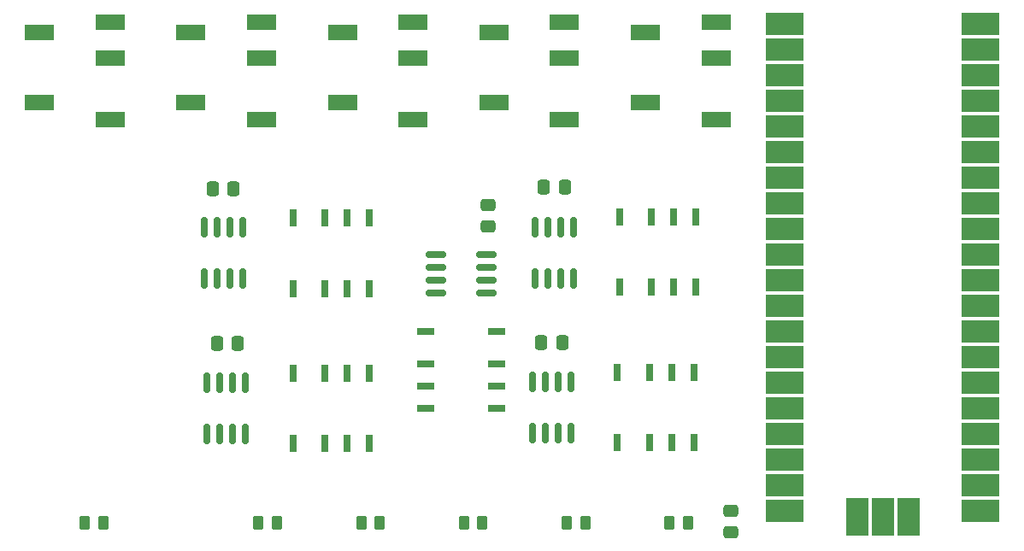
<source format=gbr>
%TF.GenerationSoftware,KiCad,Pcbnew,9.0.2*%
%TF.CreationDate,2025-06-10T03:02:45+08:00*%
%TF.ProjectId,quad_audio_switch,71756164-5f61-4756-9469-6f5f73776974,rev?*%
%TF.SameCoordinates,Original*%
%TF.FileFunction,Paste,Top*%
%TF.FilePolarity,Positive*%
%FSLAX46Y46*%
G04 Gerber Fmt 4.6, Leading zero omitted, Abs format (unit mm)*
G04 Created by KiCad (PCBNEW 9.0.2) date 2025-06-10 03:02:45*
%MOMM*%
%LPD*%
G01*
G04 APERTURE LIST*
G04 Aperture macros list*
%AMRoundRect*
0 Rectangle with rounded corners*
0 $1 Rounding radius*
0 $2 $3 $4 $5 $6 $7 $8 $9 X,Y pos of 4 corners*
0 Add a 4 corners polygon primitive as box body*
4,1,4,$2,$3,$4,$5,$6,$7,$8,$9,$2,$3,0*
0 Add four circle primitives for the rounded corners*
1,1,$1+$1,$2,$3*
1,1,$1+$1,$4,$5*
1,1,$1+$1,$6,$7*
1,1,$1+$1,$8,$9*
0 Add four rect primitives between the rounded corners*
20,1,$1+$1,$2,$3,$4,$5,0*
20,1,$1+$1,$4,$5,$6,$7,0*
20,1,$1+$1,$6,$7,$8,$9,0*
20,1,$1+$1,$8,$9,$2,$3,0*%
G04 Aperture macros list end*
%ADD10RoundRect,0.250000X-0.262500X-0.450000X0.262500X-0.450000X0.262500X0.450000X-0.262500X0.450000X0*%
%ADD11RoundRect,0.162500X0.162500X-0.825000X0.162500X0.825000X-0.162500X0.825000X-0.162500X-0.825000X0*%
%ADD12RoundRect,0.250000X-0.337500X-0.475000X0.337500X-0.475000X0.337500X0.475000X-0.337500X0.475000X0*%
%ADD13R,3.000000X1.500000*%
%ADD14R,0.800000X1.800000*%
%ADD15R,1.800000X0.800000*%
%ADD16RoundRect,0.250000X0.475000X-0.337500X0.475000X0.337500X-0.475000X0.337500X-0.475000X-0.337500X0*%
%ADD17RoundRect,0.162500X-0.825000X-0.162500X0.825000X-0.162500X0.825000X0.162500X-0.825000X0.162500X0*%
%ADD18R,3.800000X2.200000*%
%ADD19R,2.200000X3.800000*%
G04 APERTURE END LIST*
D10*
%TO.C,R6*%
X106125000Y-108700000D03*
X104300000Y-108700000D03*
%TD*%
%TO.C,R1*%
X123312819Y-108700000D03*
X121487819Y-108700000D03*
%TD*%
%TO.C,R2*%
X133492728Y-108700000D03*
X131667728Y-108700000D03*
%TD*%
%TO.C,R3*%
X143672637Y-108700000D03*
X141847637Y-108700000D03*
%TD*%
%TO.C,R4*%
X153852546Y-108700000D03*
X152027546Y-108700000D03*
%TD*%
%TO.C,R5*%
X162207455Y-108700000D03*
X164032455Y-108700000D03*
%TD*%
D11*
%TO.C,U1*%
X148895000Y-84537500D03*
X150165000Y-84537500D03*
X151435000Y-84537500D03*
X152705000Y-84537500D03*
X152705000Y-79462500D03*
X151435000Y-79462500D03*
X150165000Y-79462500D03*
X148895000Y-79462500D03*
%TD*%
D12*
%TO.C,C2*%
X116962500Y-75600000D03*
X119037500Y-75600000D03*
%TD*%
D13*
%TO.C,J1*%
X166800000Y-68800000D03*
X159800000Y-67100000D03*
X166800000Y-62700000D03*
X166800000Y-59100000D03*
X159800000Y-60100000D03*
%TD*%
D14*
%TO.C,K5*%
X124900000Y-93900000D03*
X128100000Y-93900000D03*
X130300000Y-93900000D03*
X132500000Y-93900000D03*
X132500000Y-100900000D03*
X130300000Y-100900000D03*
X128100000Y-100900000D03*
X124900000Y-100900000D03*
%TD*%
%TO.C,K1*%
X157237500Y-85400000D03*
X160437500Y-85400000D03*
X162637500Y-85400000D03*
X164837500Y-85400000D03*
X164837500Y-78400000D03*
X162637500Y-78400000D03*
X160437500Y-78400000D03*
X157237500Y-78400000D03*
%TD*%
D15*
%TO.C,K3*%
X138062500Y-89795000D03*
X138062500Y-92995000D03*
X138062500Y-95195000D03*
X138062500Y-97395000D03*
X145062500Y-97395000D03*
X145062500Y-95195000D03*
X145062500Y-92995000D03*
X145062500Y-89795000D03*
%TD*%
D11*
%TO.C,U4*%
X148657500Y-94762500D03*
X149927500Y-94762500D03*
X151197500Y-94762500D03*
X152467500Y-94762500D03*
X152467500Y-99837500D03*
X151197500Y-99837500D03*
X149927500Y-99837500D03*
X148657500Y-99837500D03*
%TD*%
%TO.C,U2*%
X116095000Y-84537500D03*
X117365000Y-84537500D03*
X118635000Y-84537500D03*
X119905000Y-84537500D03*
X119905000Y-79462500D03*
X118635000Y-79462500D03*
X117365000Y-79462500D03*
X116095000Y-79462500D03*
%TD*%
D13*
%TO.C,J3*%
X136800000Y-68800000D03*
X129800000Y-67100000D03*
X136800000Y-62700000D03*
X136800000Y-59100000D03*
X129800000Y-60100000D03*
%TD*%
D12*
%TO.C,C4*%
X151595000Y-90862500D03*
X149520000Y-90862500D03*
%TD*%
D14*
%TO.C,K4*%
X157000000Y-93800000D03*
X160200000Y-93800000D03*
X162400000Y-93800000D03*
X164600000Y-93800000D03*
X164600000Y-100800000D03*
X162400000Y-100800000D03*
X160200000Y-100800000D03*
X157000000Y-100800000D03*
%TD*%
%TO.C,K2*%
X124900000Y-85500000D03*
X128100000Y-85500000D03*
X130300000Y-85500000D03*
X132500000Y-85500000D03*
X132500000Y-78500000D03*
X130300000Y-78500000D03*
X128100000Y-78500000D03*
X124900000Y-78500000D03*
%TD*%
D11*
%TO.C,U5*%
X116395000Y-94862500D03*
X117665000Y-94862500D03*
X118935000Y-94862500D03*
X120205000Y-94862500D03*
X120205000Y-99937500D03*
X118935000Y-99937500D03*
X117665000Y-99937500D03*
X116395000Y-99937500D03*
%TD*%
D13*
%TO.C,J2*%
X151800000Y-68800000D03*
X144800000Y-67100000D03*
X151800000Y-62700000D03*
X151800000Y-59100000D03*
X144800000Y-60100000D03*
%TD*%
D12*
%TO.C,C5*%
X119432500Y-90962500D03*
X117357500Y-90962500D03*
%TD*%
%TO.C,C1*%
X149762500Y-75500000D03*
X151837500Y-75500000D03*
%TD*%
D13*
%TO.C,J4*%
X114800000Y-60100000D03*
X121800000Y-59100000D03*
X121800000Y-62700000D03*
X114800000Y-67100000D03*
X121800000Y-68800000D03*
%TD*%
D16*
%TO.C,C3*%
X144200000Y-79337500D03*
X144200000Y-77262500D03*
%TD*%
D17*
%TO.C,U3*%
X139025000Y-82190000D03*
X139025000Y-83460000D03*
X139025000Y-84730000D03*
X139025000Y-86000000D03*
X144100000Y-86000000D03*
X144100000Y-84730000D03*
X144100000Y-83460000D03*
X144100000Y-82190000D03*
%TD*%
D13*
%TO.C,J9*%
X106800000Y-68800000D03*
X99800000Y-67100000D03*
X106800000Y-62700000D03*
X106800000Y-59100000D03*
X99800000Y-60100000D03*
%TD*%
D18*
%TO.C,A1*%
X193000000Y-107530000D03*
X193000000Y-104990000D03*
X193000000Y-102450000D03*
X193000000Y-99910000D03*
X193000000Y-97370000D03*
X193000000Y-94830000D03*
X193000000Y-92290000D03*
X193000000Y-89750000D03*
X193000000Y-87210000D03*
X193000000Y-84670000D03*
X193000000Y-82130000D03*
X193000000Y-79590000D03*
X193000000Y-77050000D03*
X193000000Y-74510000D03*
X193000000Y-71970000D03*
X193000000Y-69430000D03*
X193000000Y-66890000D03*
X193000000Y-64350000D03*
X193000000Y-61810000D03*
X193000000Y-59270000D03*
D19*
X185850000Y-108100000D03*
X183310000Y-108100000D03*
X180770000Y-108100000D03*
D18*
X173620000Y-107530000D03*
X173620000Y-104990000D03*
X173620000Y-102450000D03*
X173620000Y-99910000D03*
X173620000Y-97370000D03*
X173620000Y-94830000D03*
X173620000Y-92290000D03*
X173620000Y-89750000D03*
X173620000Y-87210000D03*
X173620000Y-84670000D03*
X173620000Y-82130000D03*
X173620000Y-79590000D03*
X173620000Y-77050000D03*
X173620000Y-74510000D03*
X173620000Y-71970000D03*
X173620000Y-69430000D03*
X173620000Y-66890000D03*
X173620000Y-64350000D03*
X173620000Y-61810000D03*
X173620000Y-59270000D03*
%TD*%
D16*
%TO.C,C6*%
X168300000Y-107562500D03*
X168300000Y-109637500D03*
%TD*%
M02*

</source>
